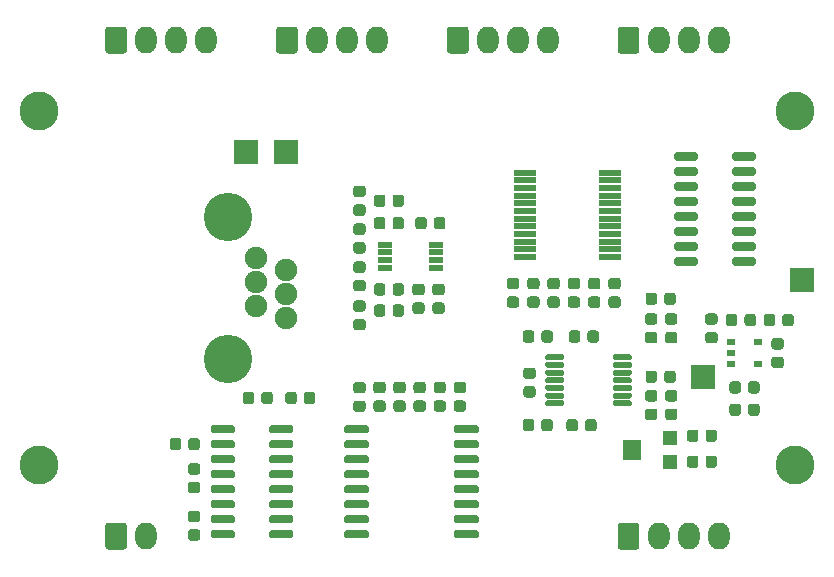
<source format=gts>
G04 #@! TF.GenerationSoftware,KiCad,Pcbnew,(5.1.6)-1*
G04 #@! TF.CreationDate,2022-06-26T17:52:01+10:00*
G04 #@! TF.ProjectId,sensors,73656e73-6f72-4732-9e6b-696361645f70,rev?*
G04 #@! TF.SameCoordinates,Original*
G04 #@! TF.FileFunction,Soldermask,Top*
G04 #@! TF.FilePolarity,Negative*
%FSLAX46Y46*%
G04 Gerber Fmt 4.6, Leading zero omitted, Abs format (unit mm)*
G04 Created by KiCad (PCBNEW (5.1.6)-1) date 2022-06-26 17:52:01*
%MOMM*%
%LPD*%
G01*
G04 APERTURE LIST*
%ADD10C,1.900000*%
%ADD11C,4.100000*%
%ADD12O,1.840000X2.290000*%
%ADD13R,1.850000X0.550000*%
%ADD14R,0.800000X0.610000*%
%ADD15R,1.200000X0.500000*%
%ADD16R,2.100000X2.100000*%
%ADD17R,1.600000X1.700000*%
%ADD18R,1.300000X1.300000*%
%ADD19C,3.300000*%
G04 APERTURE END LIST*
D10*
X120740000Y-92600000D03*
X118200000Y-91580000D03*
X120740000Y-90560000D03*
X118200000Y-89540000D03*
X118200000Y-87500000D03*
X120740000Y-88520000D03*
D11*
X115900000Y-96050000D03*
X115900000Y-84050000D03*
D12*
X108940000Y-111050000D03*
G36*
G01*
X105480000Y-111930633D02*
X105480000Y-110169367D01*
G75*
G02*
X105744367Y-109905000I264367J0D01*
G01*
X107055633Y-109905000D01*
G75*
G02*
X107320000Y-110169367I0J-264367D01*
G01*
X107320000Y-111930633D01*
G75*
G02*
X107055633Y-112195000I-264367J0D01*
G01*
X105744367Y-112195000D01*
G75*
G02*
X105480000Y-111930633I0J264367D01*
G01*
G37*
G36*
G01*
X134975000Y-102180000D02*
X134975000Y-101830000D01*
G75*
G02*
X135150000Y-101655000I175000J0D01*
G01*
X136950000Y-101655000D01*
G75*
G02*
X137125000Y-101830000I0J-175000D01*
G01*
X137125000Y-102180000D01*
G75*
G02*
X136950000Y-102355000I-175000J0D01*
G01*
X135150000Y-102355000D01*
G75*
G02*
X134975000Y-102180000I0J175000D01*
G01*
G37*
G36*
G01*
X134975000Y-103450000D02*
X134975000Y-103100000D01*
G75*
G02*
X135150000Y-102925000I175000J0D01*
G01*
X136950000Y-102925000D01*
G75*
G02*
X137125000Y-103100000I0J-175000D01*
G01*
X137125000Y-103450000D01*
G75*
G02*
X136950000Y-103625000I-175000J0D01*
G01*
X135150000Y-103625000D01*
G75*
G02*
X134975000Y-103450000I0J175000D01*
G01*
G37*
G36*
G01*
X134975000Y-104720000D02*
X134975000Y-104370000D01*
G75*
G02*
X135150000Y-104195000I175000J0D01*
G01*
X136950000Y-104195000D01*
G75*
G02*
X137125000Y-104370000I0J-175000D01*
G01*
X137125000Y-104720000D01*
G75*
G02*
X136950000Y-104895000I-175000J0D01*
G01*
X135150000Y-104895000D01*
G75*
G02*
X134975000Y-104720000I0J175000D01*
G01*
G37*
G36*
G01*
X134975000Y-105990000D02*
X134975000Y-105640000D01*
G75*
G02*
X135150000Y-105465000I175000J0D01*
G01*
X136950000Y-105465000D01*
G75*
G02*
X137125000Y-105640000I0J-175000D01*
G01*
X137125000Y-105990000D01*
G75*
G02*
X136950000Y-106165000I-175000J0D01*
G01*
X135150000Y-106165000D01*
G75*
G02*
X134975000Y-105990000I0J175000D01*
G01*
G37*
G36*
G01*
X134975000Y-107260000D02*
X134975000Y-106910000D01*
G75*
G02*
X135150000Y-106735000I175000J0D01*
G01*
X136950000Y-106735000D01*
G75*
G02*
X137125000Y-106910000I0J-175000D01*
G01*
X137125000Y-107260000D01*
G75*
G02*
X136950000Y-107435000I-175000J0D01*
G01*
X135150000Y-107435000D01*
G75*
G02*
X134975000Y-107260000I0J175000D01*
G01*
G37*
G36*
G01*
X134975000Y-108530000D02*
X134975000Y-108180000D01*
G75*
G02*
X135150000Y-108005000I175000J0D01*
G01*
X136950000Y-108005000D01*
G75*
G02*
X137125000Y-108180000I0J-175000D01*
G01*
X137125000Y-108530000D01*
G75*
G02*
X136950000Y-108705000I-175000J0D01*
G01*
X135150000Y-108705000D01*
G75*
G02*
X134975000Y-108530000I0J175000D01*
G01*
G37*
G36*
G01*
X134975000Y-109800000D02*
X134975000Y-109450000D01*
G75*
G02*
X135150000Y-109275000I175000J0D01*
G01*
X136950000Y-109275000D01*
G75*
G02*
X137125000Y-109450000I0J-175000D01*
G01*
X137125000Y-109800000D01*
G75*
G02*
X136950000Y-109975000I-175000J0D01*
G01*
X135150000Y-109975000D01*
G75*
G02*
X134975000Y-109800000I0J175000D01*
G01*
G37*
G36*
G01*
X134975000Y-111070000D02*
X134975000Y-110720000D01*
G75*
G02*
X135150000Y-110545000I175000J0D01*
G01*
X136950000Y-110545000D01*
G75*
G02*
X137125000Y-110720000I0J-175000D01*
G01*
X137125000Y-111070000D01*
G75*
G02*
X136950000Y-111245000I-175000J0D01*
G01*
X135150000Y-111245000D01*
G75*
G02*
X134975000Y-111070000I0J175000D01*
G01*
G37*
G36*
G01*
X125675000Y-111070000D02*
X125675000Y-110720000D01*
G75*
G02*
X125850000Y-110545000I175000J0D01*
G01*
X127650000Y-110545000D01*
G75*
G02*
X127825000Y-110720000I0J-175000D01*
G01*
X127825000Y-111070000D01*
G75*
G02*
X127650000Y-111245000I-175000J0D01*
G01*
X125850000Y-111245000D01*
G75*
G02*
X125675000Y-111070000I0J175000D01*
G01*
G37*
G36*
G01*
X125675000Y-109800000D02*
X125675000Y-109450000D01*
G75*
G02*
X125850000Y-109275000I175000J0D01*
G01*
X127650000Y-109275000D01*
G75*
G02*
X127825000Y-109450000I0J-175000D01*
G01*
X127825000Y-109800000D01*
G75*
G02*
X127650000Y-109975000I-175000J0D01*
G01*
X125850000Y-109975000D01*
G75*
G02*
X125675000Y-109800000I0J175000D01*
G01*
G37*
G36*
G01*
X125675000Y-108530000D02*
X125675000Y-108180000D01*
G75*
G02*
X125850000Y-108005000I175000J0D01*
G01*
X127650000Y-108005000D01*
G75*
G02*
X127825000Y-108180000I0J-175000D01*
G01*
X127825000Y-108530000D01*
G75*
G02*
X127650000Y-108705000I-175000J0D01*
G01*
X125850000Y-108705000D01*
G75*
G02*
X125675000Y-108530000I0J175000D01*
G01*
G37*
G36*
G01*
X125675000Y-107260000D02*
X125675000Y-106910000D01*
G75*
G02*
X125850000Y-106735000I175000J0D01*
G01*
X127650000Y-106735000D01*
G75*
G02*
X127825000Y-106910000I0J-175000D01*
G01*
X127825000Y-107260000D01*
G75*
G02*
X127650000Y-107435000I-175000J0D01*
G01*
X125850000Y-107435000D01*
G75*
G02*
X125675000Y-107260000I0J175000D01*
G01*
G37*
G36*
G01*
X125675000Y-105990000D02*
X125675000Y-105640000D01*
G75*
G02*
X125850000Y-105465000I175000J0D01*
G01*
X127650000Y-105465000D01*
G75*
G02*
X127825000Y-105640000I0J-175000D01*
G01*
X127825000Y-105990000D01*
G75*
G02*
X127650000Y-106165000I-175000J0D01*
G01*
X125850000Y-106165000D01*
G75*
G02*
X125675000Y-105990000I0J175000D01*
G01*
G37*
G36*
G01*
X125675000Y-104720000D02*
X125675000Y-104370000D01*
G75*
G02*
X125850000Y-104195000I175000J0D01*
G01*
X127650000Y-104195000D01*
G75*
G02*
X127825000Y-104370000I0J-175000D01*
G01*
X127825000Y-104720000D01*
G75*
G02*
X127650000Y-104895000I-175000J0D01*
G01*
X125850000Y-104895000D01*
G75*
G02*
X125675000Y-104720000I0J175000D01*
G01*
G37*
G36*
G01*
X125675000Y-103450000D02*
X125675000Y-103100000D01*
G75*
G02*
X125850000Y-102925000I175000J0D01*
G01*
X127650000Y-102925000D01*
G75*
G02*
X127825000Y-103100000I0J-175000D01*
G01*
X127825000Y-103450000D01*
G75*
G02*
X127650000Y-103625000I-175000J0D01*
G01*
X125850000Y-103625000D01*
G75*
G02*
X125675000Y-103450000I0J175000D01*
G01*
G37*
G36*
G01*
X125675000Y-102180000D02*
X125675000Y-101830000D01*
G75*
G02*
X125850000Y-101655000I175000J0D01*
G01*
X127650000Y-101655000D01*
G75*
G02*
X127825000Y-101830000I0J-175000D01*
G01*
X127825000Y-102180000D01*
G75*
G02*
X127650000Y-102355000I-175000J0D01*
G01*
X125850000Y-102355000D01*
G75*
G02*
X125675000Y-102180000I0J175000D01*
G01*
G37*
D13*
X141000000Y-87425000D03*
X141000000Y-86775000D03*
X141000000Y-86125000D03*
X141000000Y-85475000D03*
X141000000Y-84825000D03*
X141000000Y-84175000D03*
X141000000Y-83525000D03*
X141000000Y-82875000D03*
X141000000Y-82225000D03*
X141000000Y-81575000D03*
X141000000Y-80925000D03*
X141000000Y-80275000D03*
X148200000Y-80275000D03*
X148200000Y-80925000D03*
X148200000Y-81575000D03*
X148200000Y-82225000D03*
X148200000Y-82875000D03*
X148200000Y-83525000D03*
X148200000Y-84175000D03*
X148200000Y-84825000D03*
X148200000Y-85475000D03*
X148200000Y-86125000D03*
X148200000Y-86775000D03*
X148200000Y-87425000D03*
G36*
G01*
X158550000Y-79080000D02*
X158550000Y-78730000D01*
G75*
G02*
X158725000Y-78555000I175000J0D01*
G01*
X160425000Y-78555000D01*
G75*
G02*
X160600000Y-78730000I0J-175000D01*
G01*
X160600000Y-79080000D01*
G75*
G02*
X160425000Y-79255000I-175000J0D01*
G01*
X158725000Y-79255000D01*
G75*
G02*
X158550000Y-79080000I0J175000D01*
G01*
G37*
G36*
G01*
X158550000Y-80350000D02*
X158550000Y-80000000D01*
G75*
G02*
X158725000Y-79825000I175000J0D01*
G01*
X160425000Y-79825000D01*
G75*
G02*
X160600000Y-80000000I0J-175000D01*
G01*
X160600000Y-80350000D01*
G75*
G02*
X160425000Y-80525000I-175000J0D01*
G01*
X158725000Y-80525000D01*
G75*
G02*
X158550000Y-80350000I0J175000D01*
G01*
G37*
G36*
G01*
X158550000Y-81620000D02*
X158550000Y-81270000D01*
G75*
G02*
X158725000Y-81095000I175000J0D01*
G01*
X160425000Y-81095000D01*
G75*
G02*
X160600000Y-81270000I0J-175000D01*
G01*
X160600000Y-81620000D01*
G75*
G02*
X160425000Y-81795000I-175000J0D01*
G01*
X158725000Y-81795000D01*
G75*
G02*
X158550000Y-81620000I0J175000D01*
G01*
G37*
G36*
G01*
X158550000Y-82890000D02*
X158550000Y-82540000D01*
G75*
G02*
X158725000Y-82365000I175000J0D01*
G01*
X160425000Y-82365000D01*
G75*
G02*
X160600000Y-82540000I0J-175000D01*
G01*
X160600000Y-82890000D01*
G75*
G02*
X160425000Y-83065000I-175000J0D01*
G01*
X158725000Y-83065000D01*
G75*
G02*
X158550000Y-82890000I0J175000D01*
G01*
G37*
G36*
G01*
X158550000Y-84160000D02*
X158550000Y-83810000D01*
G75*
G02*
X158725000Y-83635000I175000J0D01*
G01*
X160425000Y-83635000D01*
G75*
G02*
X160600000Y-83810000I0J-175000D01*
G01*
X160600000Y-84160000D01*
G75*
G02*
X160425000Y-84335000I-175000J0D01*
G01*
X158725000Y-84335000D01*
G75*
G02*
X158550000Y-84160000I0J175000D01*
G01*
G37*
G36*
G01*
X158550000Y-85430000D02*
X158550000Y-85080000D01*
G75*
G02*
X158725000Y-84905000I175000J0D01*
G01*
X160425000Y-84905000D01*
G75*
G02*
X160600000Y-85080000I0J-175000D01*
G01*
X160600000Y-85430000D01*
G75*
G02*
X160425000Y-85605000I-175000J0D01*
G01*
X158725000Y-85605000D01*
G75*
G02*
X158550000Y-85430000I0J175000D01*
G01*
G37*
G36*
G01*
X158550000Y-86700000D02*
X158550000Y-86350000D01*
G75*
G02*
X158725000Y-86175000I175000J0D01*
G01*
X160425000Y-86175000D01*
G75*
G02*
X160600000Y-86350000I0J-175000D01*
G01*
X160600000Y-86700000D01*
G75*
G02*
X160425000Y-86875000I-175000J0D01*
G01*
X158725000Y-86875000D01*
G75*
G02*
X158550000Y-86700000I0J175000D01*
G01*
G37*
G36*
G01*
X158550000Y-87970000D02*
X158550000Y-87620000D01*
G75*
G02*
X158725000Y-87445000I175000J0D01*
G01*
X160425000Y-87445000D01*
G75*
G02*
X160600000Y-87620000I0J-175000D01*
G01*
X160600000Y-87970000D01*
G75*
G02*
X160425000Y-88145000I-175000J0D01*
G01*
X158725000Y-88145000D01*
G75*
G02*
X158550000Y-87970000I0J175000D01*
G01*
G37*
G36*
G01*
X153600000Y-87970000D02*
X153600000Y-87620000D01*
G75*
G02*
X153775000Y-87445000I175000J0D01*
G01*
X155475000Y-87445000D01*
G75*
G02*
X155650000Y-87620000I0J-175000D01*
G01*
X155650000Y-87970000D01*
G75*
G02*
X155475000Y-88145000I-175000J0D01*
G01*
X153775000Y-88145000D01*
G75*
G02*
X153600000Y-87970000I0J175000D01*
G01*
G37*
G36*
G01*
X153600000Y-86700000D02*
X153600000Y-86350000D01*
G75*
G02*
X153775000Y-86175000I175000J0D01*
G01*
X155475000Y-86175000D01*
G75*
G02*
X155650000Y-86350000I0J-175000D01*
G01*
X155650000Y-86700000D01*
G75*
G02*
X155475000Y-86875000I-175000J0D01*
G01*
X153775000Y-86875000D01*
G75*
G02*
X153600000Y-86700000I0J175000D01*
G01*
G37*
G36*
G01*
X153600000Y-85430000D02*
X153600000Y-85080000D01*
G75*
G02*
X153775000Y-84905000I175000J0D01*
G01*
X155475000Y-84905000D01*
G75*
G02*
X155650000Y-85080000I0J-175000D01*
G01*
X155650000Y-85430000D01*
G75*
G02*
X155475000Y-85605000I-175000J0D01*
G01*
X153775000Y-85605000D01*
G75*
G02*
X153600000Y-85430000I0J175000D01*
G01*
G37*
G36*
G01*
X153600000Y-84160000D02*
X153600000Y-83810000D01*
G75*
G02*
X153775000Y-83635000I175000J0D01*
G01*
X155475000Y-83635000D01*
G75*
G02*
X155650000Y-83810000I0J-175000D01*
G01*
X155650000Y-84160000D01*
G75*
G02*
X155475000Y-84335000I-175000J0D01*
G01*
X153775000Y-84335000D01*
G75*
G02*
X153600000Y-84160000I0J175000D01*
G01*
G37*
G36*
G01*
X153600000Y-82890000D02*
X153600000Y-82540000D01*
G75*
G02*
X153775000Y-82365000I175000J0D01*
G01*
X155475000Y-82365000D01*
G75*
G02*
X155650000Y-82540000I0J-175000D01*
G01*
X155650000Y-82890000D01*
G75*
G02*
X155475000Y-83065000I-175000J0D01*
G01*
X153775000Y-83065000D01*
G75*
G02*
X153600000Y-82890000I0J175000D01*
G01*
G37*
G36*
G01*
X153600000Y-81620000D02*
X153600000Y-81270000D01*
G75*
G02*
X153775000Y-81095000I175000J0D01*
G01*
X155475000Y-81095000D01*
G75*
G02*
X155650000Y-81270000I0J-175000D01*
G01*
X155650000Y-81620000D01*
G75*
G02*
X155475000Y-81795000I-175000J0D01*
G01*
X153775000Y-81795000D01*
G75*
G02*
X153600000Y-81620000I0J175000D01*
G01*
G37*
G36*
G01*
X153600000Y-80350000D02*
X153600000Y-80000000D01*
G75*
G02*
X153775000Y-79825000I175000J0D01*
G01*
X155475000Y-79825000D01*
G75*
G02*
X155650000Y-80000000I0J-175000D01*
G01*
X155650000Y-80350000D01*
G75*
G02*
X155475000Y-80525000I-175000J0D01*
G01*
X153775000Y-80525000D01*
G75*
G02*
X153600000Y-80350000I0J175000D01*
G01*
G37*
G36*
G01*
X153600000Y-79080000D02*
X153600000Y-78730000D01*
G75*
G02*
X153775000Y-78555000I175000J0D01*
G01*
X155475000Y-78555000D01*
G75*
G02*
X155650000Y-78730000I0J-175000D01*
G01*
X155650000Y-79080000D01*
G75*
G02*
X155475000Y-79255000I-175000J0D01*
G01*
X153775000Y-79255000D01*
G75*
G02*
X153600000Y-79080000I0J175000D01*
G01*
G37*
G36*
G01*
X116450000Y-110720000D02*
X116450000Y-111070000D01*
G75*
G02*
X116275000Y-111245000I-175000J0D01*
G01*
X114575000Y-111245000D01*
G75*
G02*
X114400000Y-111070000I0J175000D01*
G01*
X114400000Y-110720000D01*
G75*
G02*
X114575000Y-110545000I175000J0D01*
G01*
X116275000Y-110545000D01*
G75*
G02*
X116450000Y-110720000I0J-175000D01*
G01*
G37*
G36*
G01*
X116450000Y-109450000D02*
X116450000Y-109800000D01*
G75*
G02*
X116275000Y-109975000I-175000J0D01*
G01*
X114575000Y-109975000D01*
G75*
G02*
X114400000Y-109800000I0J175000D01*
G01*
X114400000Y-109450000D01*
G75*
G02*
X114575000Y-109275000I175000J0D01*
G01*
X116275000Y-109275000D01*
G75*
G02*
X116450000Y-109450000I0J-175000D01*
G01*
G37*
G36*
G01*
X116450000Y-108180000D02*
X116450000Y-108530000D01*
G75*
G02*
X116275000Y-108705000I-175000J0D01*
G01*
X114575000Y-108705000D01*
G75*
G02*
X114400000Y-108530000I0J175000D01*
G01*
X114400000Y-108180000D01*
G75*
G02*
X114575000Y-108005000I175000J0D01*
G01*
X116275000Y-108005000D01*
G75*
G02*
X116450000Y-108180000I0J-175000D01*
G01*
G37*
G36*
G01*
X116450000Y-106910000D02*
X116450000Y-107260000D01*
G75*
G02*
X116275000Y-107435000I-175000J0D01*
G01*
X114575000Y-107435000D01*
G75*
G02*
X114400000Y-107260000I0J175000D01*
G01*
X114400000Y-106910000D01*
G75*
G02*
X114575000Y-106735000I175000J0D01*
G01*
X116275000Y-106735000D01*
G75*
G02*
X116450000Y-106910000I0J-175000D01*
G01*
G37*
G36*
G01*
X116450000Y-105640000D02*
X116450000Y-105990000D01*
G75*
G02*
X116275000Y-106165000I-175000J0D01*
G01*
X114575000Y-106165000D01*
G75*
G02*
X114400000Y-105990000I0J175000D01*
G01*
X114400000Y-105640000D01*
G75*
G02*
X114575000Y-105465000I175000J0D01*
G01*
X116275000Y-105465000D01*
G75*
G02*
X116450000Y-105640000I0J-175000D01*
G01*
G37*
G36*
G01*
X116450000Y-104370000D02*
X116450000Y-104720000D01*
G75*
G02*
X116275000Y-104895000I-175000J0D01*
G01*
X114575000Y-104895000D01*
G75*
G02*
X114400000Y-104720000I0J175000D01*
G01*
X114400000Y-104370000D01*
G75*
G02*
X114575000Y-104195000I175000J0D01*
G01*
X116275000Y-104195000D01*
G75*
G02*
X116450000Y-104370000I0J-175000D01*
G01*
G37*
G36*
G01*
X116450000Y-103100000D02*
X116450000Y-103450000D01*
G75*
G02*
X116275000Y-103625000I-175000J0D01*
G01*
X114575000Y-103625000D01*
G75*
G02*
X114400000Y-103450000I0J175000D01*
G01*
X114400000Y-103100000D01*
G75*
G02*
X114575000Y-102925000I175000J0D01*
G01*
X116275000Y-102925000D01*
G75*
G02*
X116450000Y-103100000I0J-175000D01*
G01*
G37*
G36*
G01*
X116450000Y-101830000D02*
X116450000Y-102180000D01*
G75*
G02*
X116275000Y-102355000I-175000J0D01*
G01*
X114575000Y-102355000D01*
G75*
G02*
X114400000Y-102180000I0J175000D01*
G01*
X114400000Y-101830000D01*
G75*
G02*
X114575000Y-101655000I175000J0D01*
G01*
X116275000Y-101655000D01*
G75*
G02*
X116450000Y-101830000I0J-175000D01*
G01*
G37*
G36*
G01*
X121400000Y-101830000D02*
X121400000Y-102180000D01*
G75*
G02*
X121225000Y-102355000I-175000J0D01*
G01*
X119525000Y-102355000D01*
G75*
G02*
X119350000Y-102180000I0J175000D01*
G01*
X119350000Y-101830000D01*
G75*
G02*
X119525000Y-101655000I175000J0D01*
G01*
X121225000Y-101655000D01*
G75*
G02*
X121400000Y-101830000I0J-175000D01*
G01*
G37*
G36*
G01*
X121400000Y-103100000D02*
X121400000Y-103450000D01*
G75*
G02*
X121225000Y-103625000I-175000J0D01*
G01*
X119525000Y-103625000D01*
G75*
G02*
X119350000Y-103450000I0J175000D01*
G01*
X119350000Y-103100000D01*
G75*
G02*
X119525000Y-102925000I175000J0D01*
G01*
X121225000Y-102925000D01*
G75*
G02*
X121400000Y-103100000I0J-175000D01*
G01*
G37*
G36*
G01*
X121400000Y-104370000D02*
X121400000Y-104720000D01*
G75*
G02*
X121225000Y-104895000I-175000J0D01*
G01*
X119525000Y-104895000D01*
G75*
G02*
X119350000Y-104720000I0J175000D01*
G01*
X119350000Y-104370000D01*
G75*
G02*
X119525000Y-104195000I175000J0D01*
G01*
X121225000Y-104195000D01*
G75*
G02*
X121400000Y-104370000I0J-175000D01*
G01*
G37*
G36*
G01*
X121400000Y-105640000D02*
X121400000Y-105990000D01*
G75*
G02*
X121225000Y-106165000I-175000J0D01*
G01*
X119525000Y-106165000D01*
G75*
G02*
X119350000Y-105990000I0J175000D01*
G01*
X119350000Y-105640000D01*
G75*
G02*
X119525000Y-105465000I175000J0D01*
G01*
X121225000Y-105465000D01*
G75*
G02*
X121400000Y-105640000I0J-175000D01*
G01*
G37*
G36*
G01*
X121400000Y-106910000D02*
X121400000Y-107260000D01*
G75*
G02*
X121225000Y-107435000I-175000J0D01*
G01*
X119525000Y-107435000D01*
G75*
G02*
X119350000Y-107260000I0J175000D01*
G01*
X119350000Y-106910000D01*
G75*
G02*
X119525000Y-106735000I175000J0D01*
G01*
X121225000Y-106735000D01*
G75*
G02*
X121400000Y-106910000I0J-175000D01*
G01*
G37*
G36*
G01*
X121400000Y-108180000D02*
X121400000Y-108530000D01*
G75*
G02*
X121225000Y-108705000I-175000J0D01*
G01*
X119525000Y-108705000D01*
G75*
G02*
X119350000Y-108530000I0J175000D01*
G01*
X119350000Y-108180000D01*
G75*
G02*
X119525000Y-108005000I175000J0D01*
G01*
X121225000Y-108005000D01*
G75*
G02*
X121400000Y-108180000I0J-175000D01*
G01*
G37*
G36*
G01*
X121400000Y-109450000D02*
X121400000Y-109800000D01*
G75*
G02*
X121225000Y-109975000I-175000J0D01*
G01*
X119525000Y-109975000D01*
G75*
G02*
X119350000Y-109800000I0J175000D01*
G01*
X119350000Y-109450000D01*
G75*
G02*
X119525000Y-109275000I175000J0D01*
G01*
X121225000Y-109275000D01*
G75*
G02*
X121400000Y-109450000I0J-175000D01*
G01*
G37*
G36*
G01*
X121400000Y-110720000D02*
X121400000Y-111070000D01*
G75*
G02*
X121225000Y-111245000I-175000J0D01*
G01*
X119525000Y-111245000D01*
G75*
G02*
X119350000Y-111070000I0J175000D01*
G01*
X119350000Y-110720000D01*
G75*
G02*
X119525000Y-110545000I175000J0D01*
G01*
X121225000Y-110545000D01*
G75*
G02*
X121400000Y-110720000I0J-175000D01*
G01*
G37*
D14*
X160760000Y-94600000D03*
X160760000Y-96500000D03*
X158440000Y-96500000D03*
X158440000Y-95550000D03*
X158440000Y-94600000D03*
D15*
X133450000Y-86375000D03*
X133450000Y-87025000D03*
X133450000Y-87675000D03*
X133450000Y-88325000D03*
X129150000Y-88325000D03*
X129150000Y-87675000D03*
X129150000Y-87025000D03*
X129150000Y-86375000D03*
G36*
G01*
X144325000Y-99675000D02*
X144325000Y-99925000D01*
G75*
G02*
X144200000Y-100050000I-125000J0D01*
G01*
X142875000Y-100050000D01*
G75*
G02*
X142750000Y-99925000I0J125000D01*
G01*
X142750000Y-99675000D01*
G75*
G02*
X142875000Y-99550000I125000J0D01*
G01*
X144200000Y-99550000D01*
G75*
G02*
X144325000Y-99675000I0J-125000D01*
G01*
G37*
G36*
G01*
X144325000Y-99025000D02*
X144325000Y-99275000D01*
G75*
G02*
X144200000Y-99400000I-125000J0D01*
G01*
X142875000Y-99400000D01*
G75*
G02*
X142750000Y-99275000I0J125000D01*
G01*
X142750000Y-99025000D01*
G75*
G02*
X142875000Y-98900000I125000J0D01*
G01*
X144200000Y-98900000D01*
G75*
G02*
X144325000Y-99025000I0J-125000D01*
G01*
G37*
G36*
G01*
X144325000Y-98375000D02*
X144325000Y-98625000D01*
G75*
G02*
X144200000Y-98750000I-125000J0D01*
G01*
X142875000Y-98750000D01*
G75*
G02*
X142750000Y-98625000I0J125000D01*
G01*
X142750000Y-98375000D01*
G75*
G02*
X142875000Y-98250000I125000J0D01*
G01*
X144200000Y-98250000D01*
G75*
G02*
X144325000Y-98375000I0J-125000D01*
G01*
G37*
G36*
G01*
X144325000Y-97725000D02*
X144325000Y-97975000D01*
G75*
G02*
X144200000Y-98100000I-125000J0D01*
G01*
X142875000Y-98100000D01*
G75*
G02*
X142750000Y-97975000I0J125000D01*
G01*
X142750000Y-97725000D01*
G75*
G02*
X142875000Y-97600000I125000J0D01*
G01*
X144200000Y-97600000D01*
G75*
G02*
X144325000Y-97725000I0J-125000D01*
G01*
G37*
G36*
G01*
X144325000Y-97075000D02*
X144325000Y-97325000D01*
G75*
G02*
X144200000Y-97450000I-125000J0D01*
G01*
X142875000Y-97450000D01*
G75*
G02*
X142750000Y-97325000I0J125000D01*
G01*
X142750000Y-97075000D01*
G75*
G02*
X142875000Y-96950000I125000J0D01*
G01*
X144200000Y-96950000D01*
G75*
G02*
X144325000Y-97075000I0J-125000D01*
G01*
G37*
G36*
G01*
X144325000Y-96425000D02*
X144325000Y-96675000D01*
G75*
G02*
X144200000Y-96800000I-125000J0D01*
G01*
X142875000Y-96800000D01*
G75*
G02*
X142750000Y-96675000I0J125000D01*
G01*
X142750000Y-96425000D01*
G75*
G02*
X142875000Y-96300000I125000J0D01*
G01*
X144200000Y-96300000D01*
G75*
G02*
X144325000Y-96425000I0J-125000D01*
G01*
G37*
G36*
G01*
X144325000Y-95775000D02*
X144325000Y-96025000D01*
G75*
G02*
X144200000Y-96150000I-125000J0D01*
G01*
X142875000Y-96150000D01*
G75*
G02*
X142750000Y-96025000I0J125000D01*
G01*
X142750000Y-95775000D01*
G75*
G02*
X142875000Y-95650000I125000J0D01*
G01*
X144200000Y-95650000D01*
G75*
G02*
X144325000Y-95775000I0J-125000D01*
G01*
G37*
G36*
G01*
X150050000Y-95775000D02*
X150050000Y-96025000D01*
G75*
G02*
X149925000Y-96150000I-125000J0D01*
G01*
X148600000Y-96150000D01*
G75*
G02*
X148475000Y-96025000I0J125000D01*
G01*
X148475000Y-95775000D01*
G75*
G02*
X148600000Y-95650000I125000J0D01*
G01*
X149925000Y-95650000D01*
G75*
G02*
X150050000Y-95775000I0J-125000D01*
G01*
G37*
G36*
G01*
X150050000Y-96425000D02*
X150050000Y-96675000D01*
G75*
G02*
X149925000Y-96800000I-125000J0D01*
G01*
X148600000Y-96800000D01*
G75*
G02*
X148475000Y-96675000I0J125000D01*
G01*
X148475000Y-96425000D01*
G75*
G02*
X148600000Y-96300000I125000J0D01*
G01*
X149925000Y-96300000D01*
G75*
G02*
X150050000Y-96425000I0J-125000D01*
G01*
G37*
G36*
G01*
X150050000Y-97075000D02*
X150050000Y-97325000D01*
G75*
G02*
X149925000Y-97450000I-125000J0D01*
G01*
X148600000Y-97450000D01*
G75*
G02*
X148475000Y-97325000I0J125000D01*
G01*
X148475000Y-97075000D01*
G75*
G02*
X148600000Y-96950000I125000J0D01*
G01*
X149925000Y-96950000D01*
G75*
G02*
X150050000Y-97075000I0J-125000D01*
G01*
G37*
G36*
G01*
X150050000Y-97725000D02*
X150050000Y-97975000D01*
G75*
G02*
X149925000Y-98100000I-125000J0D01*
G01*
X148600000Y-98100000D01*
G75*
G02*
X148475000Y-97975000I0J125000D01*
G01*
X148475000Y-97725000D01*
G75*
G02*
X148600000Y-97600000I125000J0D01*
G01*
X149925000Y-97600000D01*
G75*
G02*
X150050000Y-97725000I0J-125000D01*
G01*
G37*
G36*
G01*
X150050000Y-98375000D02*
X150050000Y-98625000D01*
G75*
G02*
X149925000Y-98750000I-125000J0D01*
G01*
X148600000Y-98750000D01*
G75*
G02*
X148475000Y-98625000I0J125000D01*
G01*
X148475000Y-98375000D01*
G75*
G02*
X148600000Y-98250000I125000J0D01*
G01*
X149925000Y-98250000D01*
G75*
G02*
X150050000Y-98375000I0J-125000D01*
G01*
G37*
G36*
G01*
X150050000Y-99025000D02*
X150050000Y-99275000D01*
G75*
G02*
X149925000Y-99400000I-125000J0D01*
G01*
X148600000Y-99400000D01*
G75*
G02*
X148475000Y-99275000I0J125000D01*
G01*
X148475000Y-99025000D01*
G75*
G02*
X148600000Y-98900000I125000J0D01*
G01*
X149925000Y-98900000D01*
G75*
G02*
X150050000Y-99025000I0J-125000D01*
G01*
G37*
G36*
G01*
X150050000Y-99675000D02*
X150050000Y-99925000D01*
G75*
G02*
X149925000Y-100050000I-125000J0D01*
G01*
X148600000Y-100050000D01*
G75*
G02*
X148475000Y-99925000I0J125000D01*
G01*
X148475000Y-99675000D01*
G75*
G02*
X148600000Y-99550000I125000J0D01*
G01*
X149925000Y-99550000D01*
G75*
G02*
X150050000Y-99675000I0J-125000D01*
G01*
G37*
D16*
X164500000Y-89350000D03*
X156100000Y-97550000D03*
X117400000Y-78550000D03*
X120800000Y-78550000D03*
D17*
X150050000Y-103750000D03*
D18*
X153300000Y-102750000D03*
X153300000Y-104750000D03*
G36*
G01*
X135781250Y-98950000D02*
X135218750Y-98950000D01*
G75*
G02*
X134975000Y-98706250I0J243750D01*
G01*
X134975000Y-98218750D01*
G75*
G02*
X135218750Y-97975000I243750J0D01*
G01*
X135781250Y-97975000D01*
G75*
G02*
X136025000Y-98218750I0J-243750D01*
G01*
X136025000Y-98706250D01*
G75*
G02*
X135781250Y-98950000I-243750J0D01*
G01*
G37*
G36*
G01*
X135781250Y-100525000D02*
X135218750Y-100525000D01*
G75*
G02*
X134975000Y-100281250I0J243750D01*
G01*
X134975000Y-99793750D01*
G75*
G02*
X135218750Y-99550000I243750J0D01*
G01*
X135781250Y-99550000D01*
G75*
G02*
X136025000Y-99793750I0J-243750D01*
G01*
X136025000Y-100281250D01*
G75*
G02*
X135781250Y-100525000I-243750J0D01*
G01*
G37*
G36*
G01*
X133518750Y-99550000D02*
X134081250Y-99550000D01*
G75*
G02*
X134325000Y-99793750I0J-243750D01*
G01*
X134325000Y-100281250D01*
G75*
G02*
X134081250Y-100525000I-243750J0D01*
G01*
X133518750Y-100525000D01*
G75*
G02*
X133275000Y-100281250I0J243750D01*
G01*
X133275000Y-99793750D01*
G75*
G02*
X133518750Y-99550000I243750J0D01*
G01*
G37*
G36*
G01*
X133518750Y-97975000D02*
X134081250Y-97975000D01*
G75*
G02*
X134325000Y-98218750I0J-243750D01*
G01*
X134325000Y-98706250D01*
G75*
G02*
X134081250Y-98950000I-243750J0D01*
G01*
X133518750Y-98950000D01*
G75*
G02*
X133275000Y-98706250I0J243750D01*
G01*
X133275000Y-98218750D01*
G75*
G02*
X133518750Y-97975000I243750J0D01*
G01*
G37*
G36*
G01*
X132381250Y-98950000D02*
X131818750Y-98950000D01*
G75*
G02*
X131575000Y-98706250I0J243750D01*
G01*
X131575000Y-98218750D01*
G75*
G02*
X131818750Y-97975000I243750J0D01*
G01*
X132381250Y-97975000D01*
G75*
G02*
X132625000Y-98218750I0J-243750D01*
G01*
X132625000Y-98706250D01*
G75*
G02*
X132381250Y-98950000I-243750J0D01*
G01*
G37*
G36*
G01*
X132381250Y-100525000D02*
X131818750Y-100525000D01*
G75*
G02*
X131575000Y-100281250I0J243750D01*
G01*
X131575000Y-99793750D01*
G75*
G02*
X131818750Y-99550000I243750J0D01*
G01*
X132381250Y-99550000D01*
G75*
G02*
X132625000Y-99793750I0J-243750D01*
G01*
X132625000Y-100281250D01*
G75*
G02*
X132381250Y-100525000I-243750J0D01*
G01*
G37*
G36*
G01*
X130118750Y-99550000D02*
X130681250Y-99550000D01*
G75*
G02*
X130925000Y-99793750I0J-243750D01*
G01*
X130925000Y-100281250D01*
G75*
G02*
X130681250Y-100525000I-243750J0D01*
G01*
X130118750Y-100525000D01*
G75*
G02*
X129875000Y-100281250I0J243750D01*
G01*
X129875000Y-99793750D01*
G75*
G02*
X130118750Y-99550000I243750J0D01*
G01*
G37*
G36*
G01*
X130118750Y-97975000D02*
X130681250Y-97975000D01*
G75*
G02*
X130925000Y-98218750I0J-243750D01*
G01*
X130925000Y-98706250D01*
G75*
G02*
X130681250Y-98950000I-243750J0D01*
G01*
X130118750Y-98950000D01*
G75*
G02*
X129875000Y-98706250I0J243750D01*
G01*
X129875000Y-98218750D01*
G75*
G02*
X130118750Y-97975000I243750J0D01*
G01*
G37*
G36*
G01*
X141438750Y-90750000D02*
X142001250Y-90750000D01*
G75*
G02*
X142245000Y-90993750I0J-243750D01*
G01*
X142245000Y-91481250D01*
G75*
G02*
X142001250Y-91725000I-243750J0D01*
G01*
X141438750Y-91725000D01*
G75*
G02*
X141195000Y-91481250I0J243750D01*
G01*
X141195000Y-90993750D01*
G75*
G02*
X141438750Y-90750000I243750J0D01*
G01*
G37*
G36*
G01*
X141438750Y-89175000D02*
X142001250Y-89175000D01*
G75*
G02*
X142245000Y-89418750I0J-243750D01*
G01*
X142245000Y-89906250D01*
G75*
G02*
X142001250Y-90150000I-243750J0D01*
G01*
X141438750Y-90150000D01*
G75*
G02*
X141195000Y-89906250I0J243750D01*
G01*
X141195000Y-89418750D01*
G75*
G02*
X141438750Y-89175000I243750J0D01*
G01*
G37*
G36*
G01*
X140281250Y-90150000D02*
X139718750Y-90150000D01*
G75*
G02*
X139475000Y-89906250I0J243750D01*
G01*
X139475000Y-89418750D01*
G75*
G02*
X139718750Y-89175000I243750J0D01*
G01*
X140281250Y-89175000D01*
G75*
G02*
X140525000Y-89418750I0J-243750D01*
G01*
X140525000Y-89906250D01*
G75*
G02*
X140281250Y-90150000I-243750J0D01*
G01*
G37*
G36*
G01*
X140281250Y-91725000D02*
X139718750Y-91725000D01*
G75*
G02*
X139475000Y-91481250I0J243750D01*
G01*
X139475000Y-90993750D01*
G75*
G02*
X139718750Y-90750000I243750J0D01*
G01*
X140281250Y-90750000D01*
G75*
G02*
X140525000Y-90993750I0J-243750D01*
G01*
X140525000Y-91481250D01*
G75*
G02*
X140281250Y-91725000I-243750J0D01*
G01*
G37*
G36*
G01*
X128981250Y-98950000D02*
X128418750Y-98950000D01*
G75*
G02*
X128175000Y-98706250I0J243750D01*
G01*
X128175000Y-98218750D01*
G75*
G02*
X128418750Y-97975000I243750J0D01*
G01*
X128981250Y-97975000D01*
G75*
G02*
X129225000Y-98218750I0J-243750D01*
G01*
X129225000Y-98706250D01*
G75*
G02*
X128981250Y-98950000I-243750J0D01*
G01*
G37*
G36*
G01*
X128981250Y-100525000D02*
X128418750Y-100525000D01*
G75*
G02*
X128175000Y-100281250I0J243750D01*
G01*
X128175000Y-99793750D01*
G75*
G02*
X128418750Y-99550000I243750J0D01*
G01*
X128981250Y-99550000D01*
G75*
G02*
X129225000Y-99793750I0J-243750D01*
G01*
X129225000Y-100281250D01*
G75*
G02*
X128981250Y-100525000I-243750J0D01*
G01*
G37*
G36*
G01*
X126718750Y-99562500D02*
X127281250Y-99562500D01*
G75*
G02*
X127525000Y-99806250I0J-243750D01*
G01*
X127525000Y-100293750D01*
G75*
G02*
X127281250Y-100537500I-243750J0D01*
G01*
X126718750Y-100537500D01*
G75*
G02*
X126475000Y-100293750I0J243750D01*
G01*
X126475000Y-99806250D01*
G75*
G02*
X126718750Y-99562500I243750J0D01*
G01*
G37*
G36*
G01*
X126718750Y-97987500D02*
X127281250Y-97987500D01*
G75*
G02*
X127525000Y-98231250I0J-243750D01*
G01*
X127525000Y-98718750D01*
G75*
G02*
X127281250Y-98962500I-243750J0D01*
G01*
X126718750Y-98962500D01*
G75*
G02*
X126475000Y-98718750I0J243750D01*
G01*
X126475000Y-98231250D01*
G75*
G02*
X126718750Y-97987500I243750J0D01*
G01*
G37*
G36*
G01*
X148318750Y-90750000D02*
X148881250Y-90750000D01*
G75*
G02*
X149125000Y-90993750I0J-243750D01*
G01*
X149125000Y-91481250D01*
G75*
G02*
X148881250Y-91725000I-243750J0D01*
G01*
X148318750Y-91725000D01*
G75*
G02*
X148075000Y-91481250I0J243750D01*
G01*
X148075000Y-90993750D01*
G75*
G02*
X148318750Y-90750000I243750J0D01*
G01*
G37*
G36*
G01*
X148318750Y-89175000D02*
X148881250Y-89175000D01*
G75*
G02*
X149125000Y-89418750I0J-243750D01*
G01*
X149125000Y-89906250D01*
G75*
G02*
X148881250Y-90150000I-243750J0D01*
G01*
X148318750Y-90150000D01*
G75*
G02*
X148075000Y-89906250I0J243750D01*
G01*
X148075000Y-89418750D01*
G75*
G02*
X148318750Y-89175000I243750J0D01*
G01*
G37*
G36*
G01*
X147161250Y-90150000D02*
X146598750Y-90150000D01*
G75*
G02*
X146355000Y-89906250I0J243750D01*
G01*
X146355000Y-89418750D01*
G75*
G02*
X146598750Y-89175000I243750J0D01*
G01*
X147161250Y-89175000D01*
G75*
G02*
X147405000Y-89418750I0J-243750D01*
G01*
X147405000Y-89906250D01*
G75*
G02*
X147161250Y-90150000I-243750J0D01*
G01*
G37*
G36*
G01*
X147161250Y-91725000D02*
X146598750Y-91725000D01*
G75*
G02*
X146355000Y-91481250I0J243750D01*
G01*
X146355000Y-90993750D01*
G75*
G02*
X146598750Y-90750000I243750J0D01*
G01*
X147161250Y-90750000D01*
G75*
G02*
X147405000Y-90993750I0J-243750D01*
G01*
X147405000Y-91481250D01*
G75*
G02*
X147161250Y-91725000I-243750J0D01*
G01*
G37*
G36*
G01*
X144878750Y-90750000D02*
X145441250Y-90750000D01*
G75*
G02*
X145685000Y-90993750I0J-243750D01*
G01*
X145685000Y-91481250D01*
G75*
G02*
X145441250Y-91725000I-243750J0D01*
G01*
X144878750Y-91725000D01*
G75*
G02*
X144635000Y-91481250I0J243750D01*
G01*
X144635000Y-90993750D01*
G75*
G02*
X144878750Y-90750000I243750J0D01*
G01*
G37*
G36*
G01*
X144878750Y-89175000D02*
X145441250Y-89175000D01*
G75*
G02*
X145685000Y-89418750I0J-243750D01*
G01*
X145685000Y-89906250D01*
G75*
G02*
X145441250Y-90150000I-243750J0D01*
G01*
X144878750Y-90150000D01*
G75*
G02*
X144635000Y-89906250I0J243750D01*
G01*
X144635000Y-89418750D01*
G75*
G02*
X144878750Y-89175000I243750J0D01*
G01*
G37*
G36*
G01*
X143721250Y-90150000D02*
X143158750Y-90150000D01*
G75*
G02*
X142915000Y-89906250I0J243750D01*
G01*
X142915000Y-89418750D01*
G75*
G02*
X143158750Y-89175000I243750J0D01*
G01*
X143721250Y-89175000D01*
G75*
G02*
X143965000Y-89418750I0J-243750D01*
G01*
X143965000Y-89906250D01*
G75*
G02*
X143721250Y-90150000I-243750J0D01*
G01*
G37*
G36*
G01*
X143721250Y-91725000D02*
X143158750Y-91725000D01*
G75*
G02*
X142915000Y-91481250I0J243750D01*
G01*
X142915000Y-90993750D01*
G75*
G02*
X143158750Y-90750000I243750J0D01*
G01*
X143721250Y-90750000D01*
G75*
G02*
X143965000Y-90993750I0J-243750D01*
G01*
X143965000Y-91481250D01*
G75*
G02*
X143721250Y-91725000I-243750J0D01*
G01*
G37*
G36*
G01*
X162118750Y-95850000D02*
X162681250Y-95850000D01*
G75*
G02*
X162925000Y-96093750I0J-243750D01*
G01*
X162925000Y-96581250D01*
G75*
G02*
X162681250Y-96825000I-243750J0D01*
G01*
X162118750Y-96825000D01*
G75*
G02*
X161875000Y-96581250I0J243750D01*
G01*
X161875000Y-96093750D01*
G75*
G02*
X162118750Y-95850000I243750J0D01*
G01*
G37*
G36*
G01*
X162118750Y-94275000D02*
X162681250Y-94275000D01*
G75*
G02*
X162925000Y-94518750I0J-243750D01*
G01*
X162925000Y-95006250D01*
G75*
G02*
X162681250Y-95250000I-243750J0D01*
G01*
X162118750Y-95250000D01*
G75*
G02*
X161875000Y-95006250I0J243750D01*
G01*
X161875000Y-94518750D01*
G75*
G02*
X162118750Y-94275000I243750J0D01*
G01*
G37*
G36*
G01*
X111900000Y-102968750D02*
X111900000Y-103531250D01*
G75*
G02*
X111656250Y-103775000I-243750J0D01*
G01*
X111168750Y-103775000D01*
G75*
G02*
X110925000Y-103531250I0J243750D01*
G01*
X110925000Y-102968750D01*
G75*
G02*
X111168750Y-102725000I243750J0D01*
G01*
X111656250Y-102725000D01*
G75*
G02*
X111900000Y-102968750I0J-243750D01*
G01*
G37*
G36*
G01*
X113475000Y-102968750D02*
X113475000Y-103531250D01*
G75*
G02*
X113231250Y-103775000I-243750J0D01*
G01*
X112743750Y-103775000D01*
G75*
G02*
X112500000Y-103531250I0J243750D01*
G01*
X112500000Y-102968750D01*
G75*
G02*
X112743750Y-102725000I243750J0D01*
G01*
X113231250Y-102725000D01*
G75*
G02*
X113475000Y-102968750I0J-243750D01*
G01*
G37*
G36*
G01*
X113281250Y-109862500D02*
X112718750Y-109862500D01*
G75*
G02*
X112475000Y-109618750I0J243750D01*
G01*
X112475000Y-109131250D01*
G75*
G02*
X112718750Y-108887500I243750J0D01*
G01*
X113281250Y-108887500D01*
G75*
G02*
X113525000Y-109131250I0J-243750D01*
G01*
X113525000Y-109618750D01*
G75*
G02*
X113281250Y-109862500I-243750J0D01*
G01*
G37*
G36*
G01*
X113281250Y-111437500D02*
X112718750Y-111437500D01*
G75*
G02*
X112475000Y-111193750I0J243750D01*
G01*
X112475000Y-110706250D01*
G75*
G02*
X112718750Y-110462500I243750J0D01*
G01*
X113281250Y-110462500D01*
G75*
G02*
X113525000Y-110706250I0J-243750D01*
G01*
X113525000Y-111193750D01*
G75*
G02*
X113281250Y-111437500I-243750J0D01*
G01*
G37*
G36*
G01*
X159300000Y-98168750D02*
X159300000Y-98731250D01*
G75*
G02*
X159056250Y-98975000I-243750J0D01*
G01*
X158568750Y-98975000D01*
G75*
G02*
X158325000Y-98731250I0J243750D01*
G01*
X158325000Y-98168750D01*
G75*
G02*
X158568750Y-97925000I243750J0D01*
G01*
X159056250Y-97925000D01*
G75*
G02*
X159300000Y-98168750I0J-243750D01*
G01*
G37*
G36*
G01*
X160875000Y-98168750D02*
X160875000Y-98731250D01*
G75*
G02*
X160631250Y-98975000I-243750J0D01*
G01*
X160143750Y-98975000D01*
G75*
G02*
X159900000Y-98731250I0J243750D01*
G01*
X159900000Y-98168750D01*
G75*
G02*
X160143750Y-97925000I243750J0D01*
G01*
X160631250Y-97925000D01*
G75*
G02*
X160875000Y-98168750I0J-243750D01*
G01*
G37*
G36*
G01*
X132700000Y-84268750D02*
X132700000Y-84831250D01*
G75*
G02*
X132456250Y-85075000I-243750J0D01*
G01*
X131968750Y-85075000D01*
G75*
G02*
X131725000Y-84831250I0J243750D01*
G01*
X131725000Y-84268750D01*
G75*
G02*
X131968750Y-84025000I243750J0D01*
G01*
X132456250Y-84025000D01*
G75*
G02*
X132700000Y-84268750I0J-243750D01*
G01*
G37*
G36*
G01*
X134275000Y-84268750D02*
X134275000Y-84831250D01*
G75*
G02*
X134031250Y-85075000I-243750J0D01*
G01*
X133543750Y-85075000D01*
G75*
G02*
X133300000Y-84831250I0J243750D01*
G01*
X133300000Y-84268750D01*
G75*
G02*
X133543750Y-84025000I243750J0D01*
G01*
X134031250Y-84025000D01*
G75*
G02*
X134275000Y-84268750I0J-243750D01*
G01*
G37*
G36*
G01*
X156518750Y-93750000D02*
X157081250Y-93750000D01*
G75*
G02*
X157325000Y-93993750I0J-243750D01*
G01*
X157325000Y-94481250D01*
G75*
G02*
X157081250Y-94725000I-243750J0D01*
G01*
X156518750Y-94725000D01*
G75*
G02*
X156275000Y-94481250I0J243750D01*
G01*
X156275000Y-93993750D01*
G75*
G02*
X156518750Y-93750000I243750J0D01*
G01*
G37*
G36*
G01*
X156518750Y-92175000D02*
X157081250Y-92175000D01*
G75*
G02*
X157325000Y-92418750I0J-243750D01*
G01*
X157325000Y-92906250D01*
G75*
G02*
X157081250Y-93150000I-243750J0D01*
G01*
X156518750Y-93150000D01*
G75*
G02*
X156275000Y-92906250I0J243750D01*
G01*
X156275000Y-92418750D01*
G75*
G02*
X156518750Y-92175000I243750J0D01*
G01*
G37*
G36*
G01*
X159000000Y-92468750D02*
X159000000Y-93031250D01*
G75*
G02*
X158756250Y-93275000I-243750J0D01*
G01*
X158268750Y-93275000D01*
G75*
G02*
X158025000Y-93031250I0J243750D01*
G01*
X158025000Y-92468750D01*
G75*
G02*
X158268750Y-92225000I243750J0D01*
G01*
X158756250Y-92225000D01*
G75*
G02*
X159000000Y-92468750I0J-243750D01*
G01*
G37*
G36*
G01*
X160575000Y-92468750D02*
X160575000Y-93031250D01*
G75*
G02*
X160331250Y-93275000I-243750J0D01*
G01*
X159843750Y-93275000D01*
G75*
G02*
X159600000Y-93031250I0J243750D01*
G01*
X159600000Y-92468750D01*
G75*
G02*
X159843750Y-92225000I243750J0D01*
G01*
X160331250Y-92225000D01*
G75*
G02*
X160575000Y-92468750I0J-243750D01*
G01*
G37*
G36*
G01*
X159300000Y-100068750D02*
X159300000Y-100631250D01*
G75*
G02*
X159056250Y-100875000I-243750J0D01*
G01*
X158568750Y-100875000D01*
G75*
G02*
X158325000Y-100631250I0J243750D01*
G01*
X158325000Y-100068750D01*
G75*
G02*
X158568750Y-99825000I243750J0D01*
G01*
X159056250Y-99825000D01*
G75*
G02*
X159300000Y-100068750I0J-243750D01*
G01*
G37*
G36*
G01*
X160875000Y-100068750D02*
X160875000Y-100631250D01*
G75*
G02*
X160631250Y-100875000I-243750J0D01*
G01*
X160143750Y-100875000D01*
G75*
G02*
X159900000Y-100631250I0J243750D01*
G01*
X159900000Y-100068750D01*
G75*
G02*
X160143750Y-99825000I243750J0D01*
G01*
X160631250Y-99825000D01*
G75*
G02*
X160875000Y-100068750I0J-243750D01*
G01*
G37*
G36*
G01*
X131718750Y-91250000D02*
X132281250Y-91250000D01*
G75*
G02*
X132525000Y-91493750I0J-243750D01*
G01*
X132525000Y-91981250D01*
G75*
G02*
X132281250Y-92225000I-243750J0D01*
G01*
X131718750Y-92225000D01*
G75*
G02*
X131475000Y-91981250I0J243750D01*
G01*
X131475000Y-91493750D01*
G75*
G02*
X131718750Y-91250000I243750J0D01*
G01*
G37*
G36*
G01*
X131718750Y-89675000D02*
X132281250Y-89675000D01*
G75*
G02*
X132525000Y-89918750I0J-243750D01*
G01*
X132525000Y-90406250D01*
G75*
G02*
X132281250Y-90650000I-243750J0D01*
G01*
X131718750Y-90650000D01*
G75*
G02*
X131475000Y-90406250I0J243750D01*
G01*
X131475000Y-89918750D01*
G75*
G02*
X131718750Y-89675000I243750J0D01*
G01*
G37*
G36*
G01*
X133418750Y-91250000D02*
X133981250Y-91250000D01*
G75*
G02*
X134225000Y-91493750I0J-243750D01*
G01*
X134225000Y-91981250D01*
G75*
G02*
X133981250Y-92225000I-243750J0D01*
G01*
X133418750Y-92225000D01*
G75*
G02*
X133175000Y-91981250I0J243750D01*
G01*
X133175000Y-91493750D01*
G75*
G02*
X133418750Y-91250000I243750J0D01*
G01*
G37*
G36*
G01*
X133418750Y-89675000D02*
X133981250Y-89675000D01*
G75*
G02*
X134225000Y-89918750I0J-243750D01*
G01*
X134225000Y-90406250D01*
G75*
G02*
X133981250Y-90650000I-243750J0D01*
G01*
X133418750Y-90650000D01*
G75*
G02*
X133175000Y-90406250I0J243750D01*
G01*
X133175000Y-89918750D01*
G75*
G02*
X133418750Y-89675000I243750J0D01*
G01*
G37*
G36*
G01*
X152200000Y-90668750D02*
X152200000Y-91231250D01*
G75*
G02*
X151956250Y-91475000I-243750J0D01*
G01*
X151468750Y-91475000D01*
G75*
G02*
X151225000Y-91231250I0J243750D01*
G01*
X151225000Y-90668750D01*
G75*
G02*
X151468750Y-90425000I243750J0D01*
G01*
X151956250Y-90425000D01*
G75*
G02*
X152200000Y-90668750I0J-243750D01*
G01*
G37*
G36*
G01*
X153775000Y-90668750D02*
X153775000Y-91231250D01*
G75*
G02*
X153531250Y-91475000I-243750J0D01*
G01*
X153043750Y-91475000D01*
G75*
G02*
X152800000Y-91231250I0J243750D01*
G01*
X152800000Y-90668750D01*
G75*
G02*
X153043750Y-90425000I243750J0D01*
G01*
X153531250Y-90425000D01*
G75*
G02*
X153775000Y-90668750I0J-243750D01*
G01*
G37*
G36*
G01*
X151418750Y-100250000D02*
X151981250Y-100250000D01*
G75*
G02*
X152225000Y-100493750I0J-243750D01*
G01*
X152225000Y-100981250D01*
G75*
G02*
X151981250Y-101225000I-243750J0D01*
G01*
X151418750Y-101225000D01*
G75*
G02*
X151175000Y-100981250I0J243750D01*
G01*
X151175000Y-100493750D01*
G75*
G02*
X151418750Y-100250000I243750J0D01*
G01*
G37*
G36*
G01*
X151418750Y-98675000D02*
X151981250Y-98675000D01*
G75*
G02*
X152225000Y-98918750I0J-243750D01*
G01*
X152225000Y-99406250D01*
G75*
G02*
X151981250Y-99650000I-243750J0D01*
G01*
X151418750Y-99650000D01*
G75*
G02*
X151175000Y-99406250I0J243750D01*
G01*
X151175000Y-98918750D01*
G75*
G02*
X151418750Y-98675000I243750J0D01*
G01*
G37*
G36*
G01*
X153681250Y-99650000D02*
X153118750Y-99650000D01*
G75*
G02*
X152875000Y-99406250I0J243750D01*
G01*
X152875000Y-98918750D01*
G75*
G02*
X153118750Y-98675000I243750J0D01*
G01*
X153681250Y-98675000D01*
G75*
G02*
X153925000Y-98918750I0J-243750D01*
G01*
X153925000Y-99406250D01*
G75*
G02*
X153681250Y-99650000I-243750J0D01*
G01*
G37*
G36*
G01*
X153681250Y-101225000D02*
X153118750Y-101225000D01*
G75*
G02*
X152875000Y-100981250I0J243750D01*
G01*
X152875000Y-100493750D01*
G75*
G02*
X153118750Y-100250000I243750J0D01*
G01*
X153681250Y-100250000D01*
G75*
G02*
X153925000Y-100493750I0J-243750D01*
G01*
X153925000Y-100981250D01*
G75*
G02*
X153681250Y-101225000I-243750J0D01*
G01*
G37*
G36*
G01*
X151981250Y-93150000D02*
X151418750Y-93150000D01*
G75*
G02*
X151175000Y-92906250I0J243750D01*
G01*
X151175000Y-92418750D01*
G75*
G02*
X151418750Y-92175000I243750J0D01*
G01*
X151981250Y-92175000D01*
G75*
G02*
X152225000Y-92418750I0J-243750D01*
G01*
X152225000Y-92906250D01*
G75*
G02*
X151981250Y-93150000I-243750J0D01*
G01*
G37*
G36*
G01*
X151981250Y-94725000D02*
X151418750Y-94725000D01*
G75*
G02*
X151175000Y-94481250I0J243750D01*
G01*
X151175000Y-93993750D01*
G75*
G02*
X151418750Y-93750000I243750J0D01*
G01*
X151981250Y-93750000D01*
G75*
G02*
X152225000Y-93993750I0J-243750D01*
G01*
X152225000Y-94481250D01*
G75*
G02*
X151981250Y-94725000I-243750J0D01*
G01*
G37*
G36*
G01*
X156300000Y-102831250D02*
X156300000Y-102268750D01*
G75*
G02*
X156543750Y-102025000I243750J0D01*
G01*
X157031250Y-102025000D01*
G75*
G02*
X157275000Y-102268750I0J-243750D01*
G01*
X157275000Y-102831250D01*
G75*
G02*
X157031250Y-103075000I-243750J0D01*
G01*
X156543750Y-103075000D01*
G75*
G02*
X156300000Y-102831250I0J243750D01*
G01*
G37*
G36*
G01*
X154725000Y-102831250D02*
X154725000Y-102268750D01*
G75*
G02*
X154968750Y-102025000I243750J0D01*
G01*
X155456250Y-102025000D01*
G75*
G02*
X155700000Y-102268750I0J-243750D01*
G01*
X155700000Y-102831250D01*
G75*
G02*
X155456250Y-103075000I-243750J0D01*
G01*
X154968750Y-103075000D01*
G75*
G02*
X154725000Y-102831250I0J243750D01*
G01*
G37*
G36*
G01*
X155700000Y-104468750D02*
X155700000Y-105031250D01*
G75*
G02*
X155456250Y-105275000I-243750J0D01*
G01*
X154968750Y-105275000D01*
G75*
G02*
X154725000Y-105031250I0J243750D01*
G01*
X154725000Y-104468750D01*
G75*
G02*
X154968750Y-104225000I243750J0D01*
G01*
X155456250Y-104225000D01*
G75*
G02*
X155700000Y-104468750I0J-243750D01*
G01*
G37*
G36*
G01*
X157275000Y-104468750D02*
X157275000Y-105031250D01*
G75*
G02*
X157031250Y-105275000I-243750J0D01*
G01*
X156543750Y-105275000D01*
G75*
G02*
X156300000Y-105031250I0J243750D01*
G01*
X156300000Y-104468750D01*
G75*
G02*
X156543750Y-104225000I243750J0D01*
G01*
X157031250Y-104225000D01*
G75*
G02*
X157275000Y-104468750I0J-243750D01*
G01*
G37*
G36*
G01*
X126718750Y-89350000D02*
X127281250Y-89350000D01*
G75*
G02*
X127525000Y-89593750I0J-243750D01*
G01*
X127525000Y-90081250D01*
G75*
G02*
X127281250Y-90325000I-243750J0D01*
G01*
X126718750Y-90325000D01*
G75*
G02*
X126475000Y-90081250I0J243750D01*
G01*
X126475000Y-89593750D01*
G75*
G02*
X126718750Y-89350000I243750J0D01*
G01*
G37*
G36*
G01*
X126718750Y-87775000D02*
X127281250Y-87775000D01*
G75*
G02*
X127525000Y-88018750I0J-243750D01*
G01*
X127525000Y-88506250D01*
G75*
G02*
X127281250Y-88750000I-243750J0D01*
G01*
X126718750Y-88750000D01*
G75*
G02*
X126475000Y-88506250I0J243750D01*
G01*
X126475000Y-88018750D01*
G75*
G02*
X126718750Y-87775000I243750J0D01*
G01*
G37*
G36*
G01*
X127281250Y-85550000D02*
X126718750Y-85550000D01*
G75*
G02*
X126475000Y-85306250I0J243750D01*
G01*
X126475000Y-84818750D01*
G75*
G02*
X126718750Y-84575000I243750J0D01*
G01*
X127281250Y-84575000D01*
G75*
G02*
X127525000Y-84818750I0J-243750D01*
G01*
X127525000Y-85306250D01*
G75*
G02*
X127281250Y-85550000I-243750J0D01*
G01*
G37*
G36*
G01*
X127281250Y-87125000D02*
X126718750Y-87125000D01*
G75*
G02*
X126475000Y-86881250I0J243750D01*
G01*
X126475000Y-86393750D01*
G75*
G02*
X126718750Y-86150000I243750J0D01*
G01*
X127281250Y-86150000D01*
G75*
G02*
X127525000Y-86393750I0J-243750D01*
G01*
X127525000Y-86881250D01*
G75*
G02*
X127281250Y-87125000I-243750J0D01*
G01*
G37*
G36*
G01*
X146300000Y-94431250D02*
X146300000Y-93868750D01*
G75*
G02*
X146543750Y-93625000I243750J0D01*
G01*
X147031250Y-93625000D01*
G75*
G02*
X147275000Y-93868750I0J-243750D01*
G01*
X147275000Y-94431250D01*
G75*
G02*
X147031250Y-94675000I-243750J0D01*
G01*
X146543750Y-94675000D01*
G75*
G02*
X146300000Y-94431250I0J243750D01*
G01*
G37*
G36*
G01*
X144725000Y-94431250D02*
X144725000Y-93868750D01*
G75*
G02*
X144968750Y-93625000I243750J0D01*
G01*
X145456250Y-93625000D01*
G75*
G02*
X145700000Y-93868750I0J-243750D01*
G01*
X145700000Y-94431250D01*
G75*
G02*
X145456250Y-94675000I-243750J0D01*
G01*
X144968750Y-94675000D01*
G75*
G02*
X144725000Y-94431250I0J243750D01*
G01*
G37*
G36*
G01*
X145500000Y-101368750D02*
X145500000Y-101931250D01*
G75*
G02*
X145256250Y-102175000I-243750J0D01*
G01*
X144768750Y-102175000D01*
G75*
G02*
X144525000Y-101931250I0J243750D01*
G01*
X144525000Y-101368750D01*
G75*
G02*
X144768750Y-101125000I243750J0D01*
G01*
X145256250Y-101125000D01*
G75*
G02*
X145500000Y-101368750I0J-243750D01*
G01*
G37*
G36*
G01*
X147075000Y-101368750D02*
X147075000Y-101931250D01*
G75*
G02*
X146831250Y-102175000I-243750J0D01*
G01*
X146343750Y-102175000D01*
G75*
G02*
X146100000Y-101931250I0J243750D01*
G01*
X146100000Y-101368750D01*
G75*
G02*
X146343750Y-101125000I243750J0D01*
G01*
X146831250Y-101125000D01*
G75*
G02*
X147075000Y-101368750I0J-243750D01*
G01*
G37*
G36*
G01*
X127281250Y-82350000D02*
X126718750Y-82350000D01*
G75*
G02*
X126475000Y-82106250I0J243750D01*
G01*
X126475000Y-81618750D01*
G75*
G02*
X126718750Y-81375000I243750J0D01*
G01*
X127281250Y-81375000D01*
G75*
G02*
X127525000Y-81618750I0J-243750D01*
G01*
X127525000Y-82106250D01*
G75*
G02*
X127281250Y-82350000I-243750J0D01*
G01*
G37*
G36*
G01*
X127281250Y-83925000D02*
X126718750Y-83925000D01*
G75*
G02*
X126475000Y-83681250I0J243750D01*
G01*
X126475000Y-83193750D01*
G75*
G02*
X126718750Y-82950000I243750J0D01*
G01*
X127281250Y-82950000D01*
G75*
G02*
X127525000Y-83193750I0J-243750D01*
G01*
X127525000Y-83681250D01*
G75*
G02*
X127281250Y-83925000I-243750J0D01*
G01*
G37*
G36*
G01*
X129800000Y-84831250D02*
X129800000Y-84268750D01*
G75*
G02*
X130043750Y-84025000I243750J0D01*
G01*
X130531250Y-84025000D01*
G75*
G02*
X130775000Y-84268750I0J-243750D01*
G01*
X130775000Y-84831250D01*
G75*
G02*
X130531250Y-85075000I-243750J0D01*
G01*
X130043750Y-85075000D01*
G75*
G02*
X129800000Y-84831250I0J243750D01*
G01*
G37*
G36*
G01*
X128225000Y-84831250D02*
X128225000Y-84268750D01*
G75*
G02*
X128468750Y-84025000I243750J0D01*
G01*
X128956250Y-84025000D01*
G75*
G02*
X129200000Y-84268750I0J-243750D01*
G01*
X129200000Y-84831250D01*
G75*
G02*
X128956250Y-85075000I-243750J0D01*
G01*
X128468750Y-85075000D01*
G75*
G02*
X128225000Y-84831250I0J243750D01*
G01*
G37*
G36*
G01*
X142400000Y-94431250D02*
X142400000Y-93868750D01*
G75*
G02*
X142643750Y-93625000I243750J0D01*
G01*
X143131250Y-93625000D01*
G75*
G02*
X143375000Y-93868750I0J-243750D01*
G01*
X143375000Y-94431250D01*
G75*
G02*
X143131250Y-94675000I-243750J0D01*
G01*
X142643750Y-94675000D01*
G75*
G02*
X142400000Y-94431250I0J243750D01*
G01*
G37*
G36*
G01*
X140825000Y-94431250D02*
X140825000Y-93868750D01*
G75*
G02*
X141068750Y-93625000I243750J0D01*
G01*
X141556250Y-93625000D01*
G75*
G02*
X141800000Y-93868750I0J-243750D01*
G01*
X141800000Y-94431250D01*
G75*
G02*
X141556250Y-94675000I-243750J0D01*
G01*
X141068750Y-94675000D01*
G75*
G02*
X140825000Y-94431250I0J243750D01*
G01*
G37*
G36*
G01*
X141681250Y-97750000D02*
X141118750Y-97750000D01*
G75*
G02*
X140875000Y-97506250I0J243750D01*
G01*
X140875000Y-97018750D01*
G75*
G02*
X141118750Y-96775000I243750J0D01*
G01*
X141681250Y-96775000D01*
G75*
G02*
X141925000Y-97018750I0J-243750D01*
G01*
X141925000Y-97506250D01*
G75*
G02*
X141681250Y-97750000I-243750J0D01*
G01*
G37*
G36*
G01*
X141681250Y-99325000D02*
X141118750Y-99325000D01*
G75*
G02*
X140875000Y-99081250I0J243750D01*
G01*
X140875000Y-98593750D01*
G75*
G02*
X141118750Y-98350000I243750J0D01*
G01*
X141681250Y-98350000D01*
G75*
G02*
X141925000Y-98593750I0J-243750D01*
G01*
X141925000Y-99081250D01*
G75*
G02*
X141681250Y-99325000I-243750J0D01*
G01*
G37*
G36*
G01*
X141800000Y-101368750D02*
X141800000Y-101931250D01*
G75*
G02*
X141556250Y-102175000I-243750J0D01*
G01*
X141068750Y-102175000D01*
G75*
G02*
X140825000Y-101931250I0J243750D01*
G01*
X140825000Y-101368750D01*
G75*
G02*
X141068750Y-101125000I243750J0D01*
G01*
X141556250Y-101125000D01*
G75*
G02*
X141800000Y-101368750I0J-243750D01*
G01*
G37*
G36*
G01*
X143375000Y-101368750D02*
X143375000Y-101931250D01*
G75*
G02*
X143131250Y-102175000I-243750J0D01*
G01*
X142643750Y-102175000D01*
G75*
G02*
X142400000Y-101931250I0J243750D01*
G01*
X142400000Y-101368750D01*
G75*
G02*
X142643750Y-101125000I243750J0D01*
G01*
X143131250Y-101125000D01*
G75*
G02*
X143375000Y-101368750I0J-243750D01*
G01*
G37*
G36*
G01*
X126718750Y-92650000D02*
X127281250Y-92650000D01*
G75*
G02*
X127525000Y-92893750I0J-243750D01*
G01*
X127525000Y-93381250D01*
G75*
G02*
X127281250Y-93625000I-243750J0D01*
G01*
X126718750Y-93625000D01*
G75*
G02*
X126475000Y-93381250I0J243750D01*
G01*
X126475000Y-92893750D01*
G75*
G02*
X126718750Y-92650000I243750J0D01*
G01*
G37*
G36*
G01*
X126718750Y-91075000D02*
X127281250Y-91075000D01*
G75*
G02*
X127525000Y-91318750I0J-243750D01*
G01*
X127525000Y-91806250D01*
G75*
G02*
X127281250Y-92050000I-243750J0D01*
G01*
X126718750Y-92050000D01*
G75*
G02*
X126475000Y-91806250I0J243750D01*
G01*
X126475000Y-91318750D01*
G75*
G02*
X126718750Y-91075000I243750J0D01*
G01*
G37*
G36*
G01*
X129800000Y-90431250D02*
X129800000Y-89868750D01*
G75*
G02*
X130043750Y-89625000I243750J0D01*
G01*
X130531250Y-89625000D01*
G75*
G02*
X130775000Y-89868750I0J-243750D01*
G01*
X130775000Y-90431250D01*
G75*
G02*
X130531250Y-90675000I-243750J0D01*
G01*
X130043750Y-90675000D01*
G75*
G02*
X129800000Y-90431250I0J243750D01*
G01*
G37*
G36*
G01*
X128225000Y-90431250D02*
X128225000Y-89868750D01*
G75*
G02*
X128468750Y-89625000I243750J0D01*
G01*
X128956250Y-89625000D01*
G75*
G02*
X129200000Y-89868750I0J-243750D01*
G01*
X129200000Y-90431250D01*
G75*
G02*
X128956250Y-90675000I-243750J0D01*
G01*
X128468750Y-90675000D01*
G75*
G02*
X128225000Y-90431250I0J243750D01*
G01*
G37*
G36*
G01*
X118700000Y-99631250D02*
X118700000Y-99068750D01*
G75*
G02*
X118943750Y-98825000I243750J0D01*
G01*
X119431250Y-98825000D01*
G75*
G02*
X119675000Y-99068750I0J-243750D01*
G01*
X119675000Y-99631250D01*
G75*
G02*
X119431250Y-99875000I-243750J0D01*
G01*
X118943750Y-99875000D01*
G75*
G02*
X118700000Y-99631250I0J243750D01*
G01*
G37*
G36*
G01*
X117125000Y-99631250D02*
X117125000Y-99068750D01*
G75*
G02*
X117368750Y-98825000I243750J0D01*
G01*
X117856250Y-98825000D01*
G75*
G02*
X118100000Y-99068750I0J-243750D01*
G01*
X118100000Y-99631250D01*
G75*
G02*
X117856250Y-99875000I-243750J0D01*
G01*
X117368750Y-99875000D01*
G75*
G02*
X117125000Y-99631250I0J243750D01*
G01*
G37*
G36*
G01*
X122300000Y-99631250D02*
X122300000Y-99068750D01*
G75*
G02*
X122543750Y-98825000I243750J0D01*
G01*
X123031250Y-98825000D01*
G75*
G02*
X123275000Y-99068750I0J-243750D01*
G01*
X123275000Y-99631250D01*
G75*
G02*
X123031250Y-99875000I-243750J0D01*
G01*
X122543750Y-99875000D01*
G75*
G02*
X122300000Y-99631250I0J243750D01*
G01*
G37*
G36*
G01*
X120725000Y-99631250D02*
X120725000Y-99068750D01*
G75*
G02*
X120968750Y-98825000I243750J0D01*
G01*
X121456250Y-98825000D01*
G75*
G02*
X121700000Y-99068750I0J-243750D01*
G01*
X121700000Y-99631250D01*
G75*
G02*
X121456250Y-99875000I-243750J0D01*
G01*
X120968750Y-99875000D01*
G75*
G02*
X120725000Y-99631250I0J243750D01*
G01*
G37*
D12*
X157400000Y-69050000D03*
X154860000Y-69050000D03*
X152320000Y-69050000D03*
G36*
G01*
X148860000Y-69930633D02*
X148860000Y-68169367D01*
G75*
G02*
X149124367Y-67905000I264367J0D01*
G01*
X150435633Y-67905000D01*
G75*
G02*
X150700000Y-68169367I0J-264367D01*
G01*
X150700000Y-69930633D01*
G75*
G02*
X150435633Y-70195000I-264367J0D01*
G01*
X149124367Y-70195000D01*
G75*
G02*
X148860000Y-69930633I0J264367D01*
G01*
G37*
X142940000Y-69050000D03*
X140400000Y-69050000D03*
X137860000Y-69050000D03*
G36*
G01*
X134400000Y-69930633D02*
X134400000Y-68169367D01*
G75*
G02*
X134664367Y-67905000I264367J0D01*
G01*
X135975633Y-67905000D01*
G75*
G02*
X136240000Y-68169367I0J-264367D01*
G01*
X136240000Y-69930633D01*
G75*
G02*
X135975633Y-70195000I-264367J0D01*
G01*
X134664367Y-70195000D01*
G75*
G02*
X134400000Y-69930633I0J264367D01*
G01*
G37*
X157400000Y-111050000D03*
X154860000Y-111050000D03*
X152320000Y-111050000D03*
G36*
G01*
X148860000Y-111930633D02*
X148860000Y-110169367D01*
G75*
G02*
X149124367Y-109905000I264367J0D01*
G01*
X150435633Y-109905000D01*
G75*
G02*
X150700000Y-110169367I0J-264367D01*
G01*
X150700000Y-111930633D01*
G75*
G02*
X150435633Y-112195000I-264367J0D01*
G01*
X149124367Y-112195000D01*
G75*
G02*
X148860000Y-111930633I0J264367D01*
G01*
G37*
X114020000Y-69050000D03*
X111480000Y-69050000D03*
X108940000Y-69050000D03*
G36*
G01*
X105480000Y-69930633D02*
X105480000Y-68169367D01*
G75*
G02*
X105744367Y-67905000I264367J0D01*
G01*
X107055633Y-67905000D01*
G75*
G02*
X107320000Y-68169367I0J-264367D01*
G01*
X107320000Y-69930633D01*
G75*
G02*
X107055633Y-70195000I-264367J0D01*
G01*
X105744367Y-70195000D01*
G75*
G02*
X105480000Y-69930633I0J264367D01*
G01*
G37*
X128480000Y-69050000D03*
X125940000Y-69050000D03*
X123400000Y-69050000D03*
G36*
G01*
X119940000Y-69930633D02*
X119940000Y-68169367D01*
G75*
G02*
X120204367Y-67905000I264367J0D01*
G01*
X121515633Y-67905000D01*
G75*
G02*
X121780000Y-68169367I0J-264367D01*
G01*
X121780000Y-69930633D01*
G75*
G02*
X121515633Y-70195000I-264367J0D01*
G01*
X120204367Y-70195000D01*
G75*
G02*
X119940000Y-69930633I0J264367D01*
G01*
G37*
G36*
G01*
X113281250Y-105850000D02*
X112718750Y-105850000D01*
G75*
G02*
X112475000Y-105606250I0J243750D01*
G01*
X112475000Y-105118750D01*
G75*
G02*
X112718750Y-104875000I243750J0D01*
G01*
X113281250Y-104875000D01*
G75*
G02*
X113525000Y-105118750I0J-243750D01*
G01*
X113525000Y-105606250D01*
G75*
G02*
X113281250Y-105850000I-243750J0D01*
G01*
G37*
G36*
G01*
X113281250Y-107425000D02*
X112718750Y-107425000D01*
G75*
G02*
X112475000Y-107181250I0J243750D01*
G01*
X112475000Y-106693750D01*
G75*
G02*
X112718750Y-106450000I243750J0D01*
G01*
X113281250Y-106450000D01*
G75*
G02*
X113525000Y-106693750I0J-243750D01*
G01*
X113525000Y-107181250D01*
G75*
G02*
X113281250Y-107425000I-243750J0D01*
G01*
G37*
G36*
G01*
X162200000Y-92468750D02*
X162200000Y-93031250D01*
G75*
G02*
X161956250Y-93275000I-243750J0D01*
G01*
X161468750Y-93275000D01*
G75*
G02*
X161225000Y-93031250I0J243750D01*
G01*
X161225000Y-92468750D01*
G75*
G02*
X161468750Y-92225000I243750J0D01*
G01*
X161956250Y-92225000D01*
G75*
G02*
X162200000Y-92468750I0J-243750D01*
G01*
G37*
G36*
G01*
X163775000Y-92468750D02*
X163775000Y-93031250D01*
G75*
G02*
X163531250Y-93275000I-243750J0D01*
G01*
X163043750Y-93275000D01*
G75*
G02*
X162800000Y-93031250I0J243750D01*
G01*
X162800000Y-92468750D01*
G75*
G02*
X163043750Y-92225000I243750J0D01*
G01*
X163531250Y-92225000D01*
G75*
G02*
X163775000Y-92468750I0J-243750D01*
G01*
G37*
G36*
G01*
X153681250Y-93150000D02*
X153118750Y-93150000D01*
G75*
G02*
X152875000Y-92906250I0J243750D01*
G01*
X152875000Y-92418750D01*
G75*
G02*
X153118750Y-92175000I243750J0D01*
G01*
X153681250Y-92175000D01*
G75*
G02*
X153925000Y-92418750I0J-243750D01*
G01*
X153925000Y-92906250D01*
G75*
G02*
X153681250Y-93150000I-243750J0D01*
G01*
G37*
G36*
G01*
X153681250Y-94725000D02*
X153118750Y-94725000D01*
G75*
G02*
X152875000Y-94481250I0J243750D01*
G01*
X152875000Y-93993750D01*
G75*
G02*
X153118750Y-93750000I243750J0D01*
G01*
X153681250Y-93750000D01*
G75*
G02*
X153925000Y-93993750I0J-243750D01*
G01*
X153925000Y-94481250D01*
G75*
G02*
X153681250Y-94725000I-243750J0D01*
G01*
G37*
G36*
G01*
X152200000Y-97268750D02*
X152200000Y-97831250D01*
G75*
G02*
X151956250Y-98075000I-243750J0D01*
G01*
X151468750Y-98075000D01*
G75*
G02*
X151225000Y-97831250I0J243750D01*
G01*
X151225000Y-97268750D01*
G75*
G02*
X151468750Y-97025000I243750J0D01*
G01*
X151956250Y-97025000D01*
G75*
G02*
X152200000Y-97268750I0J-243750D01*
G01*
G37*
G36*
G01*
X153775000Y-97268750D02*
X153775000Y-97831250D01*
G75*
G02*
X153531250Y-98075000I-243750J0D01*
G01*
X153043750Y-98075000D01*
G75*
G02*
X152800000Y-97831250I0J243750D01*
G01*
X152800000Y-97268750D01*
G75*
G02*
X153043750Y-97025000I243750J0D01*
G01*
X153531250Y-97025000D01*
G75*
G02*
X153775000Y-97268750I0J-243750D01*
G01*
G37*
G36*
G01*
X129800000Y-82931250D02*
X129800000Y-82368750D01*
G75*
G02*
X130043750Y-82125000I243750J0D01*
G01*
X130531250Y-82125000D01*
G75*
G02*
X130775000Y-82368750I0J-243750D01*
G01*
X130775000Y-82931250D01*
G75*
G02*
X130531250Y-83175000I-243750J0D01*
G01*
X130043750Y-83175000D01*
G75*
G02*
X129800000Y-82931250I0J243750D01*
G01*
G37*
G36*
G01*
X128225000Y-82931250D02*
X128225000Y-82368750D01*
G75*
G02*
X128468750Y-82125000I243750J0D01*
G01*
X128956250Y-82125000D01*
G75*
G02*
X129200000Y-82368750I0J-243750D01*
G01*
X129200000Y-82931250D01*
G75*
G02*
X128956250Y-83175000I-243750J0D01*
G01*
X128468750Y-83175000D01*
G75*
G02*
X128225000Y-82931250I0J243750D01*
G01*
G37*
G36*
G01*
X129800000Y-92231250D02*
X129800000Y-91668750D01*
G75*
G02*
X130043750Y-91425000I243750J0D01*
G01*
X130531250Y-91425000D01*
G75*
G02*
X130775000Y-91668750I0J-243750D01*
G01*
X130775000Y-92231250D01*
G75*
G02*
X130531250Y-92475000I-243750J0D01*
G01*
X130043750Y-92475000D01*
G75*
G02*
X129800000Y-92231250I0J243750D01*
G01*
G37*
G36*
G01*
X128225000Y-92231250D02*
X128225000Y-91668750D01*
G75*
G02*
X128468750Y-91425000I243750J0D01*
G01*
X128956250Y-91425000D01*
G75*
G02*
X129200000Y-91668750I0J-243750D01*
G01*
X129200000Y-92231250D01*
G75*
G02*
X128956250Y-92475000I-243750J0D01*
G01*
X128468750Y-92475000D01*
G75*
G02*
X128225000Y-92231250I0J243750D01*
G01*
G37*
D19*
X99900000Y-105050000D03*
X163900000Y-105050000D03*
X163900000Y-75050000D03*
X99900000Y-75050000D03*
M02*

</source>
